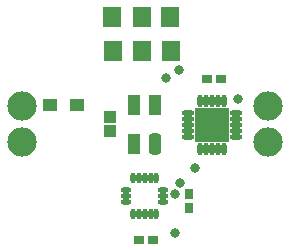
<source format=gbs>
G04 Layer_Color=8150272*
%FSLAX24Y24*%
%MOIN*%
G70*
G01*
G75*
%ADD26R,0.0591X0.0709*%
%ADD27R,0.0591X0.0709*%
%ADD30C,0.0980*%
%ADD31C,0.0277*%
%ADD32R,0.0474X0.0434*%
%ADD33O,0.0434X0.0178*%
%ADD34O,0.0178X0.0434*%
%ADD35R,0.1143X0.1143*%
%ADD36R,0.0434X0.0395*%
%ADD37R,0.0319X0.0279*%
%ADD38R,0.0279X0.0319*%
%ADD39O,0.0178X0.0356*%
%ADD40O,0.0356X0.0178*%
G04:AMPARAMS|DCode=41|XSize=71mil|YSize=41.5mil|CornerRadius=12.4mil|HoleSize=0mil|Usage=FLASHONLY|Rotation=90.000|XOffset=0mil|YOffset=0mil|HoleType=Round|Shape=RoundedRectangle|*
%AMROUNDEDRECTD41*
21,1,0.0710,0.0167,0,0,90.0*
21,1,0.0463,0.0415,0,0,90.0*
1,1,0.0247,0.0084,0.0231*
1,1,0.0247,0.0084,-0.0231*
1,1,0.0247,-0.0084,-0.0231*
1,1,0.0247,-0.0084,0.0231*
%
%ADD41ROUNDEDRECTD41*%
%ADD42R,0.0415X0.0710*%
%ADD43C,0.0316*%
D26*
X24508Y26063D02*
D03*
X23524D02*
D03*
X22579D02*
D03*
X24469Y27205D02*
D03*
X23524D02*
D03*
D27*
X22539D02*
D03*
D30*
X27722Y24222D02*
D03*
Y23022D02*
D03*
X19522D02*
D03*
Y24222D02*
D03*
D31*
X26083Y23799D02*
D03*
X25650D02*
D03*
X26083Y23366D02*
D03*
X25650D02*
D03*
D32*
X21358Y24252D02*
D03*
X20453D02*
D03*
D33*
X26673Y23976D02*
D03*
Y23780D02*
D03*
Y23583D02*
D03*
Y23386D02*
D03*
Y23189D02*
D03*
X25059D02*
D03*
Y23386D02*
D03*
Y23583D02*
D03*
Y23780D02*
D03*
Y23976D02*
D03*
D34*
X26260Y22776D02*
D03*
X26063D02*
D03*
X25866D02*
D03*
X25669D02*
D03*
X25472D02*
D03*
Y24390D02*
D03*
X25669D02*
D03*
X25866D02*
D03*
X26063D02*
D03*
X26260D02*
D03*
D35*
X25866Y23583D02*
D03*
D36*
X22480Y23868D02*
D03*
Y23376D02*
D03*
D37*
X23901Y19764D02*
D03*
X23421D02*
D03*
X26185Y25118D02*
D03*
X25705D02*
D03*
D38*
X25118Y20823D02*
D03*
Y21303D02*
D03*
D39*
X24016Y20610D02*
D03*
X23819D02*
D03*
X23622D02*
D03*
X23425D02*
D03*
X23228D02*
D03*
Y21831D02*
D03*
X23425D02*
D03*
X23622D02*
D03*
X23819D02*
D03*
X24016D02*
D03*
D40*
X23012Y21024D02*
D03*
Y21220D02*
D03*
Y21417D02*
D03*
X24232D02*
D03*
Y21220D02*
D03*
Y21024D02*
D03*
D41*
X23967Y22972D02*
D03*
D42*
X23278D02*
D03*
Y24272D02*
D03*
X23967D02*
D03*
D43*
X24650Y21300D02*
D03*
Y20000D02*
D03*
X24543Y26075D02*
D03*
X23543Y26063D02*
D03*
X22559Y27087D02*
D03*
Y26063D02*
D03*
X23504Y27165D02*
D03*
X24781Y25435D02*
D03*
X25310Y22150D02*
D03*
X26730Y24470D02*
D03*
X24790Y21670D02*
D03*
X24345Y25148D02*
D03*
M02*

</source>
